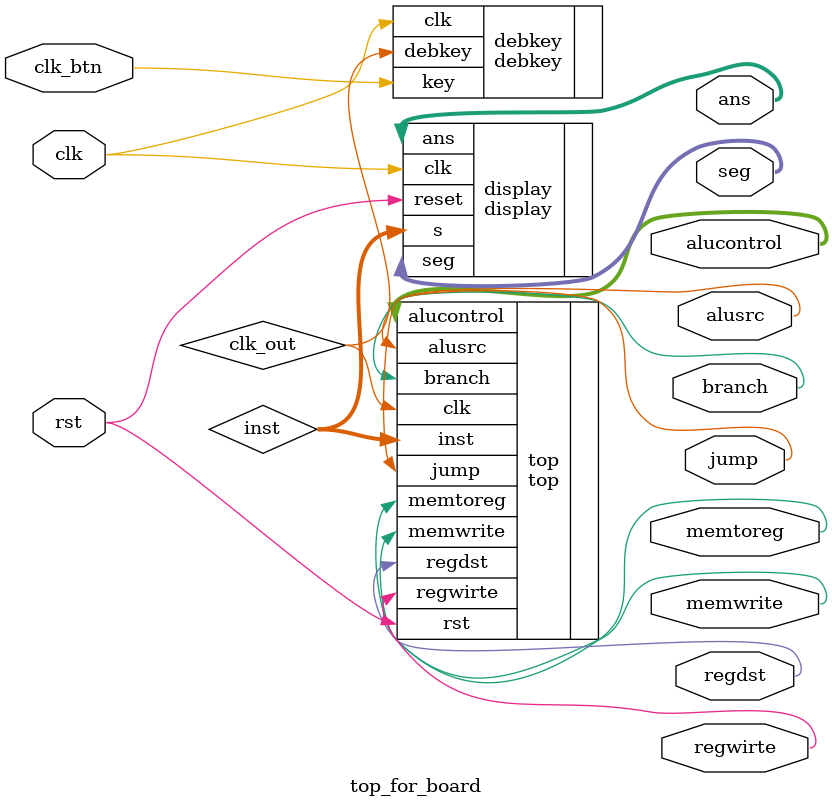
<source format=v>
`timescale 1ns / 1ps

module top_for_board(input clk,
                     input rst,
                     input clk_btn,            // °´Å¥Ê±ÖÓÐÅºÅ
                     output regdst,
                     output regwirte,
                     output alusrc,
                     output memwrite,
                     output memtoreg,
                     output branch,
                     output jump,
                     output [2:0] alucontrol,
                     output wire [6:0] seg,    // ÊýÂë¹ÜÏÔÊ¾Ö¸Áî
                     output wire [7:0] ans);
    
wire clk_out;
wire [31:0] inst;

//Ïû¶¶
debkey debkey(
    .clk(clk),
    .key(clk_btn),
    .debkey(clk_out)
);

top top(
    .clk(clk_out),
    .rst(rst),
    .regdst(regdst),
    .regwirte(regwirte),
    .alusrc(alusrc),
    .memwrite(memwrite),
    .memtoreg(memtoreg),
    .branch(branch),
    .jump(jump),
    .alucontrol(alucontrol),
    .inst(inst)
);

display display(
    .clk(clk),
    .reset(rst),
    .s(inst),
    .seg(seg),
    .ans(ans)
);

endmodule

</source>
